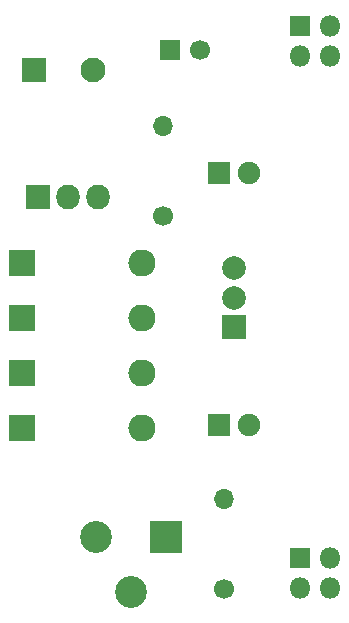
<source format=gts>
%TF.GenerationSoftware,KiCad,Pcbnew,(5.1.6-0-10_14)*%
%TF.CreationDate,2020-11-27T13:54:23+01:00*%
%TF.ProjectId,Power_supply,506f7765-725f-4737-9570-706c792e6b69,rev?*%
%TF.SameCoordinates,Original*%
%TF.FileFunction,Soldermask,Top*%
%TF.FilePolarity,Negative*%
%FSLAX46Y46*%
G04 Gerber Fmt 4.6, Leading zero omitted, Abs format (unit mm)*
G04 Created by KiCad (PCBNEW (5.1.6-0-10_14)) date 2020-11-27 13:54:23*
%MOMM*%
%LPD*%
G01*
G04 APERTURE LIST*
%ADD10R,2.100000X2.100000*%
%ADD11C,2.100000*%
%ADD12R,1.700000X1.700000*%
%ADD13C,1.700000*%
%ADD14R,2.300000X2.300000*%
%ADD15O,2.300000X2.300000*%
%ADD16C,1.900000*%
%ADD17R,1.900000X1.900000*%
%ADD18R,2.700000X2.700000*%
%ADD19C,2.700000*%
%ADD20R,1.800000X1.800000*%
%ADD21O,1.800000X1.800000*%
%ADD22O,1.700000X1.700000*%
%ADD23R,2.000000X2.000000*%
%ADD24C,2.000000*%
%ADD25R,2.005000X2.100000*%
%ADD26O,2.005000X2.100000*%
G04 APERTURE END LIST*
D10*
%TO.C,C1*%
X121320000Y-87230000D03*
D11*
X126320000Y-87230000D03*
%TD*%
D12*
%TO.C,C2*%
X132830000Y-85490000D03*
D13*
X135330000Y-85490000D03*
%TD*%
D14*
%TO.C,D1*%
X120260000Y-112893332D03*
D15*
X130420000Y-112893332D03*
%TD*%
%TO.C,D2*%
X130420000Y-103580000D03*
D14*
X120260000Y-103580000D03*
%TD*%
D15*
%TO.C,D3*%
X130420000Y-117550000D03*
D14*
X120260000Y-117550000D03*
%TD*%
D15*
%TO.C,D4*%
X130420000Y-108236666D03*
D14*
X120260000Y-108236666D03*
%TD*%
D16*
%TO.C,D5*%
X139455000Y-95940000D03*
D17*
X136915000Y-95940000D03*
%TD*%
%TO.C,D6*%
X136915000Y-117280000D03*
D16*
X139455000Y-117280000D03*
%TD*%
D18*
%TO.C,J1*%
X132500000Y-126730000D03*
D19*
X126500000Y-126730000D03*
X129500000Y-131430000D03*
%TD*%
D20*
%TO.C,J2*%
X143800000Y-83460000D03*
D21*
X146340000Y-83460000D03*
X143800000Y-86000000D03*
X146340000Y-86000000D03*
%TD*%
%TO.C,J3*%
X146340000Y-131100000D03*
X143800000Y-131100000D03*
X146340000Y-128560000D03*
D20*
X143800000Y-128560000D03*
%TD*%
D22*
%TO.C,R1*%
X132240000Y-91960000D03*
D13*
X132240000Y-99580000D03*
%TD*%
%TO.C,R2*%
X137330000Y-131150000D03*
D22*
X137330000Y-123530000D03*
%TD*%
D23*
%TO.C,SW1*%
X138190000Y-108990000D03*
D24*
X138190000Y-106490000D03*
X138190000Y-103990000D03*
%TD*%
D25*
%TO.C,U1*%
X121590000Y-97940000D03*
D26*
X124130000Y-97940000D03*
X126670000Y-97940000D03*
%TD*%
M02*

</source>
